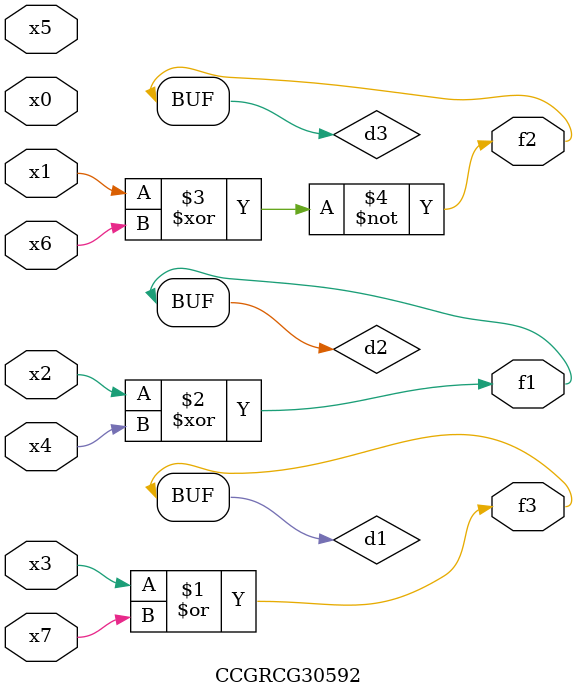
<source format=v>
module CCGRCG30592(
	input x0, x1, x2, x3, x4, x5, x6, x7,
	output f1, f2, f3
);

	wire d1, d2, d3;

	or (d1, x3, x7);
	xor (d2, x2, x4);
	xnor (d3, x1, x6);
	assign f1 = d2;
	assign f2 = d3;
	assign f3 = d1;
endmodule

</source>
